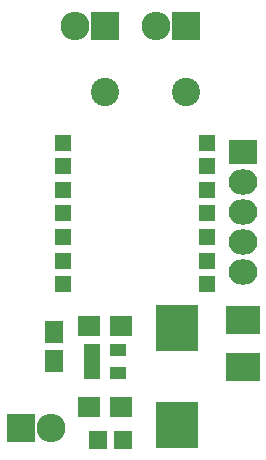
<source format=gts>
%FSLAX46Y46*%
G04 Gerber Fmt 4.6, Leading zero omitted, Abs format (unit mm)*
G04 Created by KiCad (PCBNEW (2014-jul-16 BZR unknown)-product) date Fri 10 Jul 2015 06:09:48 PM EDT*
%MOMM*%
G01*
G04 APERTURE LIST*
%ADD10C,0.100000*%
%ADD11R,2.900000X2.400000*%
%ADD12R,1.650000X1.900000*%
%ADD13R,1.598880X1.598880*%
%ADD14R,3.600000X4.000000*%
%ADD15R,2.432000X2.127200*%
%ADD16O,2.432000X2.127200*%
%ADD17R,2.432000X2.432000*%
%ADD18O,2.432000X2.432000*%
%ADD19R,1.460000X1.050000*%
%ADD20R,1.400000X1.400000*%
%ADD21C,2.398980*%
%ADD22R,1.900000X1.700000*%
G04 APERTURE END LIST*
D10*
D11*
X192024000Y-124428000D03*
X192024000Y-120428000D03*
D12*
X176022000Y-123932000D03*
X176022000Y-121432000D03*
D13*
X179798980Y-130556000D03*
X181897020Y-130556000D03*
D14*
X186436000Y-129322000D03*
X186436000Y-121122000D03*
D15*
X192024000Y-106172000D03*
D16*
X192024000Y-108712000D03*
X192024000Y-111252000D03*
X192024000Y-113792000D03*
X192024000Y-116332000D03*
D17*
X173228000Y-129540000D03*
D18*
X175768000Y-129540000D03*
D19*
X179240000Y-123002000D03*
X179240000Y-123952000D03*
X179240000Y-124902000D03*
X181440000Y-124902000D03*
X181440000Y-123002000D03*
D20*
X176780000Y-117406000D03*
X176780000Y-115406000D03*
X176780000Y-113406000D03*
X176780000Y-111406000D03*
X176780000Y-109406000D03*
X176780000Y-107406000D03*
X176780000Y-105406000D03*
X188980000Y-117406000D03*
X188980000Y-115406000D03*
X188980000Y-113406000D03*
X188980000Y-111406000D03*
X188980000Y-109406000D03*
X188980000Y-107406000D03*
X188980000Y-105406000D03*
D21*
X187198000Y-101092000D03*
X180340000Y-101092000D03*
D22*
X178990000Y-127762000D03*
X181690000Y-127762000D03*
X181690000Y-120904000D03*
X178990000Y-120904000D03*
D17*
X187198000Y-95504000D03*
D18*
X184658000Y-95504000D03*
D17*
X180340000Y-95504000D03*
D18*
X177800000Y-95504000D03*
M02*

</source>
